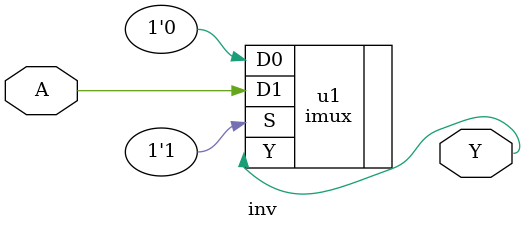
<source format=v>

`timescale 1ns/100ps

module inv (A, Y);

  input A;
  output Y;
  
  wire Y;
  
  imux u1 (.S(1'b1), .D0(1'b0), .D1(A), .Y(Y));

endmodule

</source>
